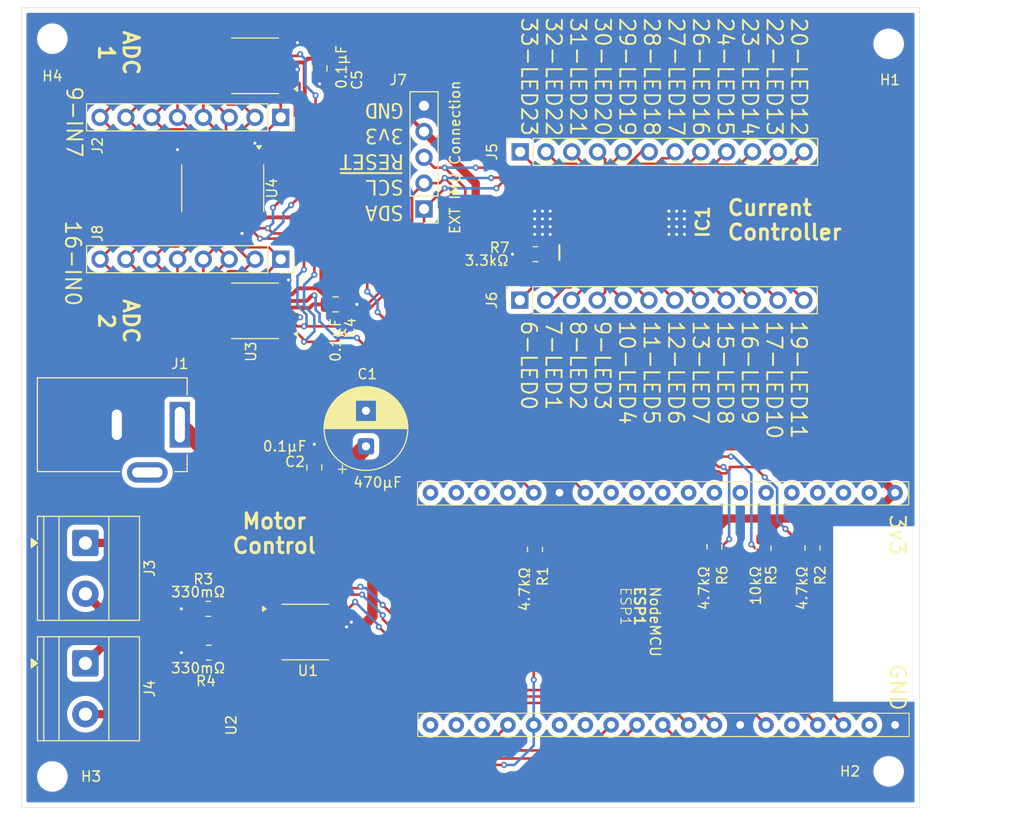
<source format=kicad_pcb>
(kicad_pcb (version 20241229) (generator "pcbnew") (generator_version "9.0")
  (title_block (title "Soft Keyboard Platform Controller PCB") (date "2025-10-30") (rev "v1.5") (company "CalPoly SLO ME 507 Fall 2025"))
  (layers (0 "F.Cu" signal) (2 "B.Cu" signal) (13 "F.Paste" user) (15 "B.Paste" user) (5 "F.SilkS" user "F.Silkscreen") (7 "B.SilkS" user "B.Silkscreen") (1 "F.Mask" user) (3 "B.Mask" user) (25 "Edge.Cuts" user))
  (net 0 "")
  (net 1 "Net-(U1-VM)")
  (net 2 "GND")
  (net 3 "+3V3")
  (net 5 "SCL")
  (net 9 "SDA")
  (net 11 "Net-(ESP1-GPIO19{slash}CIPO)")
  (net 14 "Net-(ESP1-GPIO16{slash}RX2)")
  (net 16 "Net-(ESP1-GPIO17{slash}TX2)")
  (net 18 "Net-(ESP1-GPIO18{slash}SCK)")
  (net 19 "Net-(ESP1-GPIO1{slash}TX0)")
  (net 21 "Net-(ESP1-GPIO12)")
  (net 22 "Net-(ESP1-GPIO2)")
  (net 25 "Net-(ESP1-GPIO15)")
  (net 26 "Net-(ESP1-GPIO5)")
  (net 33 "Net-(ESP1-GPIO13)")
  (net 38 "Net-(IC1-LED17)")
  (net 39 "Net-(IC1-LED9)")
  (net 40 "Net-(IC1-LED13)")
  (net 41 "Net-(IC1-LED18)")
  (net 42 "Net-(IC1-LED16)")
  (net 43 "Net-(IC1-LED23)")
  (net 44 "Net-(IC1-LED2)")
  (net 45 "Net-(IC1-LED21)")
  (net 46 "Net-(IC1-LED5)")
  (net 47 "Net-(IC1-LED3)")
  (net 49 "Net-(IC1-LED19)")
  (net 50 "Net-(IC1-LED11)")
  (net 51 "Net-(IC1-LED1)")
  (net 52 "Net-(IC1-LED14)")
  (net 53 "Net-(IC1-LED8)")
  (net 54 "Net-(IC1-LED12)")
  (net 55 "Net-(IC1-LED20)")
  (net 56 "Net-(IC1-LED4)")
  (net 57 "Net-(IC1-LED15)")
  (net 58 "Net-(IC1-LED0)")
  (net 59 "Net-(IC1-LED22)")
  (net 60 "Net-(IC1-LED6)")
  (net 61 "Net-(IC1-LED10)")
  (net 62 "Net-(IC1-LED7)")
  (net 63 "Net-(J2-Pin_3)")
  (net 64 "Net-(J2-Pin_2)")
  (net 65 "Net-(J2-Pin_4)")
  (net 66 "Net-(J2-Pin_6)")
  (net 67 "Net-(J2-Pin_5)")
  (net 68 "Net-(J2-Pin_1)")
  (net 69 "Net-(J2-Pin_7)")
  (net 70 "Net-(J2-Pin_8)")
  (net 71 "Net-(J3-Pin_2)")
  (net 72 "Net-(J3-Pin_1)")
  (net 73 "Net-(J4-Pin_1)")
  (net 74 "Net-(J4-Pin_2)")
  (net 75 "Net-(J8-Pin_3)")
  (net 76 "Net-(J8-Pin_2)")
  (net 77 "Net-(J8-Pin_4)")
  (net 78 "Net-(J8-Pin_6)")
  (net 79 "Net-(J8-Pin_8)")
  (net 80 "Net-(J8-Pin_5)")
  (net 81 "Net-(J8-Pin_7)")
  (net 82 "Net-(J8-Pin_1)")
  (net 83 "Net-(U1-ISEN12)")
  (net 84 "Net-(U1-ISEN34)")
  (net 89 "Net-(IC1-REXT)")
  (footprint "Resistor_SMD:R_0805_2012Metric" (layer "F.Cu") (at 157.226 101.727 -90)
    (property "Reference" "R6")
    (property "Value" "4.7kΩ")
  )
  (footprint "Resistor_SMD:R_0805_2012Metric" (layer "F.Cu") (at 107.4185 107.823)
    (property "Reference" "R3")
    (property "Value" "330mΩ")
  )
  (footprint "Connector_PinHeader_2.54mm:PinHeader_1x05_P2.54mm_Vertical" (layer "F.Cu") (at 128.651 68.453 180)
    (property "Reference" "J7")
    (property "Value" "EXT IMU Connection")
  )
  (footprint "MountingHole:MountingHole_2.5mm" (layer "F.Cu") (at 174.371 52.197)
    (property "Reference" "H1")
    (property "Value" "MountingHole")
  )
  (footprint "SamacSys_Parts:SOP50P640X110-39N" (layer "F.Cu") (at 146.971 69.818 90)
    (property "Reference" "IC1")
    (property "Value" "PCA9956BTWY" (hide yes))
  )
  (footprint "Capacitor_SMD:C_0805_2012Metric" (layer "F.Cu") (at 118.364 54.61 -90)
    (property "Reference" "C5")
    (property "Value" "0.1μF")
  )
  (footprint "TerminalBlock_Phoenix:TerminalBlock_Phoenix_MKDS-1,5-2_1x02_P5.00mm_Horizontal" (layer "F.Cu") (at 95.3315 101.339 -90)
    (property "Reference" "J3")
    (property "Value" "Motor 1")
  )
  (footprint "Package_SO:TSSOP-16_4.4x5mm_P0.65mm" (layer "F.Cu") (at 112.014 78.486 180)
    (property "Reference" "U3")
    (property "Value" "ADC128D818")
  )
  (footprint "Resistor_SMD:R_0805_2012Metric" (layer "F.Cu") (at 139.6185 72.903)
    (property "Reference" "R7")
    (property "Value" "3.3kΩ")
  )
  (footprint "Resistor_SMD:R_0805_2012Metric" (layer "F.Cu") (at 139.573 101.981 -90)
    (property "Reference" "R1")
    (property "Value" "4.7kΩ")
  )
  (footprint "Resistor_SMD:R_0805_2012Metric" (layer "F.Cu") (at 107.4655 112.141)
    (property "Reference" "R4")
    (property "Value" "330mΩ")
  )
  (footprint "Capacitor_THT:CP_Radial_D8.0mm_P3.50mm" (layer "F.Cu") (at 122.936 91.822651 90)
    (property "Reference" "C1")
    (property "Value" "470μF")
  )
  (footprint "TerminalBlock_Phoenix:TerminalBlock_Phoenix_MKDS-1,5-2_1x02_P5.00mm_Horizontal" (layer "F.Cu") (at 95.3315 113.197 -90)
    (property "Reference" "J4")
    (property "Value" "Motor 2")
  )
  (footprint "ME507F24:ESP32_NodeMCU_KeeYees" (layer "F.Cu") (at 154.686 107.823 -90)
    (property "Reference" "ESP1")
    (property "Value" "NodeMCU")
  )
  (footprint "Resistor_SMD:R_0805_2012Metric" (layer "F.Cu") (at 162.052 101.8775 -90)
    (property "Reference" "R5")
    (property "Value" "10kΩ")
  )
  (footprint "Package_SO:TSSOP-16_4.4x5mm_P0.65mm" (layer "F.Cu") (at 116.967 110.109)
    (property "Reference" "U1")
    (property "Value" "Motor Driver DRV8847PWR")
  )
  (footprint "Connector_PinSocket_2.54mm:PinSocket_1x08_P2.54mm_Vertical" (layer "F.Cu") (at 114.554 73.406 -90)
    (property "Reference" "J8")
    (property "Value" "Conn_01x08_Socket" (hide yes))
  )
  (footprint "Connector_PinSocket_2.54mm:PinSocket_1x08_P2.54mm_Vertical" (layer "F.Cu") (at 114.554 59.436 -90)
    (property "Reference" "J2")
    (property "Value" "Conn_01x08_Socket")
  )
  (footprint "MountingHole:MountingHole_2.5mm" (layer "F.Cu") (at 92.075 51.689)
    (property "Reference" "H4")
    (property "Value" "MountingHole")
  )
  (footprint "Connector_PinSocket_2.54mm:PinSocket_1x12_P2.54mm_Vertical" (layer "F.Cu") (at 138.081 77.438 90)
    (property "Reference" "J6")
    (property "Value" "Conn_01x12_Socket")
  )
  (footprint "Package_SO:TSSOP-16_4.4x5mm_P0.65mm" (layer "F.Cu") (at 112.014 54.356 180)
    (property "Reference" "U2")
    (property "Value" "ADC128D818")
  )
  (footprint "Capacitor_SMD:C_0805_2012Metric" (layer "F.Cu") (at 119.949 77.851)
    (property "Reference" "C4")
    (property "Value" "0.1μF")
  )
  (footprint "Capacitor_SMD:C_0805_2012Metric" (layer "F.Cu") (at 117.856 93.910651 -90)
    (property "Reference" "C2")
    (property "Value" "0.1μF")
  )
  (footprint "Resistor_SMD:R_0805_2012Metric" (layer "F.Cu") (at 166.878 101.8305 -90)
    (property "Reference" "R2")
    (property "Value" "4.7kΩ")
  )
  (footprint "Package_SO:TSSOP-24_4.4x7.8mm_P0.65mm" (layer "F.Cu") (at 108.839 66.421 -90)
    (property "Reference" "U4")
    (property "Value" "PI4IOE5V9539LEX")
  )
  (footprint "Connector_PinSocket_2.54mm:PinSocket_1x12_P2.54mm_Vertical" (layer "F.Cu") (at 138.11 62.833 90)
    (property "Reference" "J5")
    (property "Value" "Conn_01x12_Socket")
  )
  (footprint "MountingHole:MountingHole_2.5mm" (layer "F.Cu") (at 174.371 123.825)
    (property "Reference" "H2")
    (property "Value" "MountingHole")
  )
  (footprint "MountingHole:MountingHole_2.5mm" (layer "F.Cu") (at 92.075 124.333)
    (property "Reference" "H3")
    (property "Value" "MountingHole")
  )
  (footprint "Connector_BarrelJack:BarrelJack_Kycon_KLDX-0202-xC_Horizontal" (layer "F.Cu") (at 104.621 89.697)
    (property "Reference" "J1")
    (property "Value" "Barrel_Jack")
  )
  (gr_rect (start 89.027 48.641) (end 177.419 127.381) (stroke (width 0.05)) (fill no) (layer "Edge.Cuts"))
  (gr_text "ADC\n2" (at 96.52 79.502 270) (layer "F.SilkS") (effects (font (size 1.5 1.5) (thickness 0.3) (bold yes)) (justify bottom)))
  (gr_text "Current \nController" (at 158.369 71.628 0) (layer "F.SilkS") (effects (font (size 1.5 1.5) (thickness 0.3) (bold yes)) (justify left bottom)))
  (gr_text "9-IN7" (at 94.234 56.261 270) (layer "F.SilkS") (effects (font (size 1.5 1.5) (thickness 0.1875)) (justify left)))
  (gr_text "Motor\nControl" (at 113.919 102.489 0) (layer "F.SilkS") (effects (font (size 1.5 1.5) (thickness 0.3) (bold yes)) (justify bottom)))
  (gr_text "ADC\n1" (at 96.52 53.086 270) (layer "F.SilkS") (effects (font (size 1.5 1.5) (thickness 0.3) (bold yes)) (justify bottom)))
  (gr_text "GND\n" (at 174.371 113.157 270) (layer "F.SilkS") (effects (font (size 1.5 1.5) (thickness 0.1875)) (justify left bottom)))
  (gr_text "20-LED12\n22-LED13\n23-LED14\n24-LED15\n26-LED16\n27-LED17\n28-LED18\n29-LED19\n30-LED20\n31-LED21\n32-LED22\n33-LED23" (at 138.11 49.498 270) (layer "F.SilkS") (effects (font (size 1.5 1.5) (thickness 0.1875)) (justify left bottom)))
  (gr_text "3v3" (at 174.371 98.425 270) (layer "F.SilkS") (effects (font (size 1.5 1.5) (thickness 0.1875)) (justify left bottom)))
  (gr_text "19-LED11\n17-LED10\n16-LED9\n15-LED8\n13-LED7\n12-LED6\n11-LED5\n10-LED4\n9-LED3\n8-LED2\n7-LED1\n6-LED0" (at 138.081 79.343 270) (layer "F.SilkS") (effects (font (size 1.5 1.5) (thickness 0.1875)) (justify left bottom)))
  (gr_text "16-IN0" (at 94.107 69.469 270) (layer "F.SilkS") (effects (font (size 1.5 1.5) (thickness 0.1875)) (justify left)))
  (gr_text "SDA\nSCL\n~{RESET}\n3v3\nGND" (at 126.619 57.785 180) (layer "F.SilkS") (effects (font (size 1.5 1.5) (thickness 0.1875)) (justify left bottom)))
  (segment (start 119.898 94.860651) (end 117.856 94.860651) (width 1.6256) (layer "F.Cu") (net 1))
  (segment (start 121.722 110.434) (end 120.777 110.434) (width 0.508) (layer "F.Cu") (net 1))
  (segment (start 121.908 110.248) (end 121.810942 110.248) (width 1.016) (layer "F.Cu") (net 1))
  (segment (start 119.898 94.860651) (end 119.898 98.308) (width 1.6256) (layer "F.Cu") (net 1))
  (segment (start 119.898 98.308) (end 123.571 101.981) (width 1.6256) (layer "F.Cu") (net 1))
  (segment (start 123.571 108.585) (end 123.571 101.981) (width 1.016) (layer "F.Cu") (net 1))
  (segment (start 122.936 91.822651) (end 119.898 94.860651) (width 1.6256) (layer "F.Cu") (net 1))
  (segment (start 109.784651 94.860651) (end 117.856 94.860651) (width 1.6256) (layer "F.Cu") (net 1))
  (segment (start 119.8295 110.434) (end 120.777 110.434) (width 0.381) (layer "F.Cu") (net 1))
  (segment (start 123.571 108.585) (end 121.908 110.248) (width 1.016) (layer "F.Cu") (net 1))
  (segment (start 104.621 89.697) (end 109.784651 94.860651) (width 1.6256) (layer "F.Cu") (net 1))
  (segment (start 110.464 70.586) (end 110.744 70.866) (width 0.254) (layer "F.Cu") (net 2))
  (segment (start 121.031 109.601) (end 121.498 109.134) (width 0.254) (layer "F.Cu") (net 2))
  (segment (start 150.971 66.893) (end 150.971 68.358) (width 0.254) (layer "F.Cu") (net 2))
  (segment (start 116.1085 54.681) (end 114.8765 54.681) (width 0.254) (layer "F.Cu") (net 2))
  (segment (start 121.498 109.134) (end 119.8295 109.134) (width 0.254) (layer "F.Cu") (net 2))
  (segment (start 143.796 71.088) (end 143.471 71.413) (width 0.254) (layer "F.Cu") (net 2))
  (segment (start 120.899 77.851) (end 122.047 77.851) (width 0.8128) (layer "F.Cu") (net 2))
  (segment (start 115.544 52.731) (end 114.8765 52.731) (width 0.254) (layer "F.Cu") (net 2))
  (segment (start 144.471 66.893) (end 144.471 67.924) (width 0.254) (layer "F.Cu") (net 2))
  (segment (start 144.471 67.924) (end 146.365 69.818) (width 0.254) (layer "F.Cu") (net 2))
  (segment (start 116.149 78.811) (end 114.8765 78.811) (width 0.254) (layer "F.Cu") (net 2))
  (segment (start 150.971 72.743) (end 150.971 71.712) (width 0.254) (layer "F.Cu") (net 2))
  (segment (start 105.264 63.481) (end 104.394 62.611) (width 0.254) (layer "F.Cu") (net 2))
  (segment (start 120.848 109.784) (end 119.8295 109.784) (width 0.254) (layer "F.Cu") (net 2))
  (segment (start 148.971 71.818) (end 146.971 69.818) (width 0.254) (layer "F.Cu") (net 2))
  (segment (start 142.971 72.743) (end 142.971 71.913) (width 0.254) (layer "F.Cu") (net 2))
  (segment (start 138.706 72.903) (end 137.356 72.903) (width 0.254) (layer "F.Cu") (net 2))
  (segment (start 116.194 52.081) (end 115.544 52.731) (width 0.254) (layer "F.Cu") (net 2))
  (segment (start 116.459 79.121) (end 116.149 78.811) (width 0.254) (layer "F.Cu") (net 2))
  (segment (start 148.971 66.893) (end 148.971 67.818) (width 0.254) (layer "F.Cu") (net 2))
  (segment (start 142.971 71.913) (end 143.796 71.088) (width 0.254) (layer "F.Cu") (net 2))
  (segment (start 146.365 69.818) (end 146.971 69.818) (width 0.254) (layer "F.Cu") (net 2))
  (segment (start 143.796 71.088) (end 145.701 71.088) (width 0.254) (layer "F.Cu") (net 2))
  (segment (start 118.364 55.56) (end 118.364 56.134) (width 0.8128) (layer "F.Cu") (net 2))
  (segment (start 121.031 109.601) (end 120.848 109.784) (width 0.254) (layer "F.Cu") (net 2))
  (segment (start 115.316 75.438) (end 115.316 75.7715) (width 0.254) (layer "F.Cu") (net 2))
  (segment (start 111.764 63.5585) (end 111.764 62.226) (width 0.254) (layer "F.Cu") (net 2))
  (segment (start 151.726 70.957) (end 152.749 70.957) (width 0.254) (layer "F.Cu") (net 2))
  (segment (start 148.971 72.743) (end 148.971 71.818) (width 0.254) (layer "F.Cu") (net 2))
  (segment (start 143.971 72.743) (end 143.971 71.263) (width 0.254) (layer "F.Cu") (net 2))
  (segment (start 111.764 62.226) (end 112.014 61.976) (width 0.254) (layer "F.Cu") (net 2))
  (segment (start 149.511 69.818) (end 146.971 69.818) (width 0.254) (layer "F.Cu") (net 2))
  (segment (start 150.971 68.358) (end 149.511 69.818) (width 0.254) (layer "F.Cu") (net 2))
  (segment (start 110.464 69.2835) (end 110.464 70.586) (width 0.254) (layer "F.Cu") (net 2))
  (segment (start 143.971 71.263) (end 143.796 71.088) (width 0.254) (layer "F.Cu") (net 2))
  (segment (start 143.471 71.413) (end 143.471 72.743) (width 0.254) (layer "F.Cu") (net 2))
  (segment (start 116.149 54.7215) (end 116.1085 54.681) (width 0.254) (layer "F.Cu") (net 2))
  (segment (start 150.971 71.712) (end 151.726 70.957) (width 0.254) (layer "F.Cu") (net 2))
  (segment (start 145.701 71.088) (end 146.971 69.818) (width 0.254) (layer "F.Cu") (net 2))
  (segment (start 105.264 63.5585) (end 105.264 63.481) (width 0.254) (layer "F.Cu") (net 2))
  (segment (start 116.194 52.081) (end 114.8765 52.081) (width 0.254) (layer "F.Cu") (net 2))
  (segment (start 117.856 92.960651) (end 117.856 91.624651) (width 0.8128) (layer "F.Cu") (net 2))
  (segment (start 106.553 112.141) (end 104.775 112.141) (width 0.381) (layer "F.Cu") (net 2))
  (segment (start 106.506 107.823) (end 104.775 107.823) (width 0.381) (layer "F.Cu") (net 2))
  (segment (start 115.316 75.7715) (end 114.8765 76.211) (width 0.254) (layer "F.Cu") (net 2))
  (segment (start 148.971 67.818) (end 146.971 69.818) (width 0.254) (layer "F.Cu") (net 2))
  (via (at 140.303 70.195) (size 0.6) (drill 0.3) (layers "F.Cu" "B.Cu") (net 2))
  (via (at 139.541 70.195) (size 0.6) (drill 0.3) (layers "F.Cu" "B.Cu") (net 2))
  (via (at 104.394 62.611) (size 0.6) (drill 0.3) (layers "F.Cu" "B.Cu") (net 2))
  (via (at 112.014 61.976) (size 0.6) (drill 0.3) (layers "F.Cu" "B.Cu") (net 2))
  (via (at 121.498 109.134) (size 0.6) (drill 0.3) (layers "F.Cu" "B.Cu") (net 2))
  (via (at 115.316 75.438) (size 0.6) (drill 0.3) (layers "F.Cu" "B.Cu") (net 2))
  (via (at 153.511 70.957) (size 0.6) (drill 0.3) (layers "F.Cu" "B.Cu") (net 2))
  (via (at 116.194 52.081) (size 0.6) (drill 0.3) (layers "F.Cu" "B.Cu") (net 2))
  (via (at 154.273 70.195) (size 0.6) (drill 0.3) (layers "F.Cu" "B.Cu") (net 2))
  (via (at 154.273 68.671) (size 0.6) (drill 0.3) (layers "F.Cu" "B.Cu") (net 2))
  (via (at 153.511 70.195) (size 0.6) (drill 0.3) (layers "F.Cu" "B.Cu") (net 2))
  (via (at 152.749 69.433) (size 0.6) (drill 0.3) (layers "F.Cu" "B.Cu") (net 2))
  (via (at 139.541 69.433) (size 0.6) (drill 0.3) (layers "F.Cu" "B.Cu") (net 2))
  (via (at 141.065 69.433) (size 0.6) (drill 0.3) (layers "F.Cu" "B.Cu") (net 2))
  (via (at 140.303 68.671) (size 0.6) (drill 0.3) (layers "F.Cu" "B.Cu") (net 2))
  (via (at 140.303 69.433) (size 0.6) (drill 0.3) (layers "F.Cu" "B.Cu") (net 2))
  (via (at 116.149 54.7215) (size 0.6) (drill 0.3) (layers "F.Cu" "B.Cu") (net 2))
  (via (at 110.744 70.866) (size 0.6) (drill 0.3) (layers "F.Cu" "B.Cu") (net 2))
  (via (at 152.749 68.671) (size 0.6) (drill 0.3) (layers "F.Cu" "B.Cu") (net 2))
  (via (at 141.065 70.195) (size 0.6) (drill 0.3) (layers "F.Cu" "B.Cu") (net 2))
  (via (at 118.364 56.134) (size 0.6) (drill 0.3) (layers "F.Cu" "B.Cu") (net 2))
  (via (at 141.065 70.957) (size 0.6) (drill 0.3) (layers "F.Cu" "B.Cu") (net 2))
  (via (at 121.031 109.601) (size 0.6) (drill 0.3) (layers "F.Cu" "B.Cu") (net 2))
  (via (at 141.065 68.671) (size 0.6) (drill 0.3) (layers "F.Cu" "B.Cu") (net 2))
  (via (at 104.775 112.141) (size 0.6) (drill 0.3) (layers "F.Cu" "B.Cu") (net 2))
  (via (at 152.749 70.957) (size 0.6) (drill 0.3) (layers "F.Cu" "B.Cu") (net 2))
  (via (at 139.541 68.671) (size 0.6) (drill 0.3) (layers "F.Cu" "B.Cu") (net 2))
  (via (at 117.856 91.624651) (size 0.6) (drill 0.3) (layers "F.Cu" "B.Cu") (net 2))
  (via (at 122.047 77.851) (size 0.6) (drill 0.3) (layers "F.Cu" "B.Cu") (net 2))
  (via (at 137.356 72.903) (size 0.6) (drill 0.3) (layers "F.Cu" "B.Cu") (net 2))
  (via (at 152.749 70.195) (size 0.6) (drill 0.3) (layers "F.Cu" "B.Cu") (net 2))
  (via (at 140.303 70.957) (size 0.6) (drill 0.3) (layers "F.Cu" "B.Cu") (net 2))
  (via (at 104.775 107.823) (size 0.6) (drill 0.3) (layers "F.Cu" "B.Cu") (net 2))
  (via (at 153.511 69.433) (size 0.6) (drill 0.3) (layers "F.Cu" "B.Cu") (net 2))
  (via (at 154.273 70.957) (size 0.6) (drill 0.3) (layers "F.Cu" "B.Cu") (net 2))
  (via (at 154.273 69.433) (size 0.6) (drill 0.3) (layers "F.Cu" "B.Cu") (net 2))
  (via (at 153.511 68.671) (size 0.6) (drill 0.3) (layers "F.Cu" "B.Cu") (net 2))
  (via (at 116.459 79.121) (size 0.6) (drill 0.3) (layers "F.Cu" "B.Cu") (net 2))
  (via (at 139.541 70.957) (size 0.6) (drill 0.3) (layers "F.Cu" "B.Cu") (net 2))
  (segment (start 175.006 96.393) (end 172.466 98.933) (width 0.8128) (layer "F.Cu") (net 3))
  (segment (start 112.414 69.2835) (end 116.2735 69.2835) (width 0.381) (layer "F.Cu") (net 3))
  (segment (start 116.807571 78.2025) (end 117.380429 78.2025) (width 0.381) (layer "F.Cu") (net 3))
  (segment (start 116.766071 78.161) (end 116.807571 78.2025) (width 0.381) (layer "F.Cu") (net 3))
  (segment (start 158.496 98.933) (end 157.226 100.203) (width 0.8128) (layer "F.Cu") (net 3))
  (segment (start 141.7085 98.933) (end 168.863 98.933) (width 0.8128) (layer "F.Cu") (net 3))
  (segment (start 121.478 53.66) (end 128.651 60.833) (width 0.381) (layer "F.Cu") (net 3))
  (segment (start 133.735858 65.917858) (end 128.651 60.833) (width 0.8128) (layer "F.Cu") (net 3))
  (segment (start 116.2735 69.2835) (end 116.332 69.342) (width 0.381) (layer "F.Cu") (net 3))
  (segment (start 116.332 69.342) (end 118.5475 71.5575) (width 0.381) (layer "F.Cu") (net 3))
  (segment (start 175.006 96.393) (end 170.434 91.821) (width 0.8128) (layer "F.Cu") (net 3))
  (segment (start 116.252358 76.2705) (end 115.661858 76.861) (width 0.381) (layer "F.Cu") (net 3))
  (segment (start 139.573 101.0685) (end 141.7085 98.933) (width 0.8128) (layer "F.Cu") (net 3))
  (segment (start 118.5995 76.7265) (end 118.1435 76.2705) (width 0.381) (layer "F.Cu") (net 3))
  (segment (start 118.999 77.126) (end 118.1435 76.2705) (width 0.381) (layer "F.Cu") (net 3))
  (segment (start 163.83 98.933) (end 162.052 100.711) (width 0.8128) (layer "F.Cu") (net 3))
  (segment (start 116.332 69.342) (end 116.9155 68.7585) (width 0.381) (layer "F.Cu") (net 3))
  (segment (start 118.1435 76.2705) (end 116.252358 76.2705) (width 0.381) (layer "F.Cu") (net 3))
  (segment (start 172.466 98.933) (end 168.863 98.933) (width 0.8128) (layer "F.Cu") (net 3))
  (segment (start 136.4486 70.480142) (end 140.035742 66.893) (width 0.8128) (layer "F.Cu") (net 3))
  (segment (start 140.035742 66.893) (end 142.2136 66.893) (width 0.8128) (layer "F.Cu") (net 3))
  (segment (start 114.8765 54.031) (end 116.84 54.031) (width 0.381) (layer "F.Cu") (net 3))
  (segment (start 118.5475 71.5575) (end 118.5475 76.6745) (width 0.381) (layer "F.Cu") (net 3))
  (segment (start 162.052 100.711) (end 162.052 100.965) (width 0.8128) (layer "F.Cu") (net 3))
  (segment (start 131.699 82.677) (end 131.699 72.517) (width 0.8128) (layer "F.Cu") (net 3))
  (segment (start 116.9155 54.1065) (end 116.84 54.031) (width 0.381) (layer "F.Cu") (net 3))
  (segment (start 133.735858 70.480142) (end 136.4486 70.480142) (width 0.8128) (layer "F.Cu") (net 3))
  (segment (start 118.364 53.66) (end 121.478 53.66) (width 0.381) (layer "F.Cu") (net 3))
  (segment (start 170.434 91.821) (end 140.843 91.821) (width 0.8128) (layer "F.Cu") (net 3))
  (segment (start 116.84 54.031) (end 117.211 53.66) (width 0.381) (layer "F.Cu") (net 3))
  (segment (start 116.9155 68.7585) (end 116.9155 54.1065) (width 0.381) (layer "F.Cu") (net 3))
  (segment (start 131.699 72.517) (end 133.735858 70.480142) (width 0.8128) (layer "F.Cu") (net 3))
  (segment (start 117.211 53.66) (end 118.364 53.66) (width 0.381) (layer "F.Cu") (net 3))
  (segment (start 114.8765 78.161) (end 116.766071 78.161) (width 0.381) (layer "F.Cu") (net 3))
  (segment (start 117.380429 78.2025) (end 117.731929 77.851) (width 0.381) (layer "F.Cu") (net 3))
  (segment (start 168.863 98.933) (end 166.878 100.918) (width 0.8128) (layer "F.Cu") (net 3))
  (segment (start 118.999 77.851) (end 118.999 77.126) (width 0.381) (layer "F.Cu") (net 3))
  (segment (start 117.731929 77.851) (end 118.999 77.851) (width 0.381) (layer "F.Cu") (net 3))
  (segment (start 133.735858 70.480142) (end 133.735858 65.917858) (width 0.8128) (layer "F.Cu") (net 3))
  (segment (start 118.5475 76.6745) (end 118.5995 76.7265) (width 0.381) (layer "F.Cu") (net 3))
  (segment (start 157.226 100.203) (end 157.226 100.8145) (width 0.8128) (layer "F.Cu") (net 3))
  (segment (start 140.843 91.821) (end 131.699 82.677) (width 0.8128) (layer "F.Cu") (net 3))
  (segment (start 115.661858 76.861) (end 114.8765 76.861) (width 0.381) (layer "F.Cu") (net 3))
  (segment (start 130.5096 72.024335) (end 130.5096 83.169666) (width 0.254) (layer "F.Cu") (net 5))
  (segment (start 157.226 114.173) (end 162.306 119.253) (width 0.254) (layer "F.Cu") (net 5))
  (segment (start 140.684934 93.345) (end 157.099 93.345) (width 0.254) (layer "F.Cu") (net 5))
  (segment (start 142.985 65.376) (end 135.284 65.376) (width 0.254) (layer "F.Cu") (net 5))
  (segment (start 116.162999 80.01) (end 115.613999 79.461) (width 0.254) (layer "F.Cu") (net 5))
  (segment (start 127.473 73.463598) (end 127.473 67.091) (width 0.254) (layer "F.Cu") (net 5))
  (segment (start 131.311 71.222934) (end 130.5096 72.024335) (width 0.254) (layer "F.Cu") (net 5))
  (segment (start 128.651 65.913) (end 130.175 65.913) (width 0.254) (layer "F.Cu") (net 5))
  (segment (start 116.397 56.114001) (end 115.613999 55.331) (width 0.254) (layer "F.Cu") (net 5))
  (segment (start 115.613999 79.461) (end 114.8765 79.461) (width 0.254) (layer "F.Cu") (net 5))
  (segment (start 115.613999 55.331) (end 114.8765 55.331) (width 0.254) (layer "F.Cu") (net 5))
  (segment (start 130.5096 83.169666) (end 140.684934 93.345) (width 0.254) (layer "F.Cu") (net 5))
  (segment (start 157.607 93.853) (end 158.115 93.853) (width 0.254) (layer "F.Cu") (net 5))
  (segment (start 112.508946 71.374) (end 116.332 71.374) (width 0.254) (layer "F.Cu") (net 5))
  (segment (start 130.175 65.913) (end 130.683 65.405) (width 0.254) (layer "F.Cu") (net 5))
  (segment (start 157.226 102.415) (end 157.226 102.6395) (width 0.254) (layer "F.Cu") (net 5))
  (segment (start 116.84 80.01) (end 120.926598 80.01) (width 0.254) (layer "F.Cu") (net 5))
  (segment (start 143.471 65.862) (end 142.985 65.376) (width 0.254) (layer "F.Cu") (net 5))
  (segment (start 157.226 102.415) (end 157.226 114.173) (width 0.254) (layer "F.Cu") (net 5))
  (segment (start 116.84 71.882) (end 116.84 74.422) (width 0.254) (layer "F.Cu") (net 5))
  (segment (start 143.471 66.893) (end 143.471 65.862) (width 0.254) (layer "F.Cu") (net 5))
  (segment (start 157.099 93.345) (end 157.607 93.853) (width 0.254) (layer "F.Cu") (net 5))
  (segment (start 130.683 65.405) (end 131.311 66.033) (width 0.254) (layer "F.Cu") (net 5))
  (segment (start 111.114 69.979054) (end 112.508946 71.374) (width 0.254) (layer "F.Cu") (net 5))
  (segment (start 131.311 66.033) (end 131.311 71.222934) (width 0.254) (layer "F.Cu") (net 5))
  (segment (start 116.332 71.374) (end 116.84 71.882) (width 0.254) (layer "F.Cu") (net 5))
  (segment (start 135.284 65.376) (end 135.255 65.405) (width 0.254) (layer "F.Cu") (net 5))
  (segment (start 111.114 69.2835) (end 111.114 69.979054) (width 0.254) (layer "F.Cu") (net 5))
  (segment (start 116.84 80.01) (end 116.162999 80.01) (width 0.254) (layer "F.Cu") (net 5))
  (segment (start 115.57 68.072) (end 116.397 67.245) (width 0.254) (layer "F.Cu") (net 5))
  (segment (start 120.926598 80.01) (end 127.473 73.463598) (width 0.254) (layer "F.Cu") (net 5))
  (segment (start 116.397 67.245) (end 116.397 56.114001) (width 0.254) (layer "F.Cu") (net 5))
  (segment (start 127.473 67.091) (end 128.651 65.913) (width 0.254) (layer "F.Cu") (net 5))
  (segment (start 158.676 100.965) (end 157.226 102.415) (width 0.254) (layer "F.Cu") (net 5))
  (via (at 135.255 65.405) (size 0.6) (drill 0.3) (layers "F.Cu" "B.Cu") (net 5))
  (via (at 112.508946 71.374) (size 0.6) (drill 0.3) (layers "F.Cu" "B.Cu") (net 5))
  (via (at 115.57 68.072) (size 0.6) (drill 0.3) (layers "F.Cu" "B.Cu") (net 5))
  (via (at 158.676 100.965) (size 0.6) (drill 0.3) (layers "F.Cu" "B.Cu") (net 5))
  (via (at 158.115 93.853) (size 0.6) (drill 0.3) (layers "F.Cu" "B.Cu") (net 5))
  (via (at 116.84 80.01) (size 0.6) (drill 0.3) (layers "F.Cu" "B.Cu") (net 5))
  (via (at 130.683 65.405) (size 0.6) (drill 0.3) (layers "F.Cu" "B.Cu") (net 5))
  (via (at 116.84 74.422) (size 0.6) (drill 0.3) (layers "F.Cu" "B.Cu") (net 5))
  (segment (start 130.683 65.405) (end 135.255 65.405) (width 0.254) (layer "B.Cu") (net 5))
  (segment (start 158.676 100.965) (end 158.676 94.414) (width 0.254) (layer "B.Cu") (net 5))
  (segment (start 115.57 68.072) (end 114.808 68.834) (width 0.254) (layer "B.Cu") (net 5))
  (segment (start 113.156127 71.374) (end 112.508946 71.374) (width 0.254) (layer "B.Cu") (net 5))
  (segment (start 158.676 94.414) (end 158.115 93.853) (width 0.254) (layer "B.Cu") (net 5))
  (segment (start 117.087 78.860873) (end 117.087 79.763) (width 0.254) (layer "B.Cu") (net 5))
  (segment (start 114.808 69.722127) (end 113.156127 71.374) (width 0.254) (layer "B.Cu") (net 5))
  (segment (start 116.198873 77.972746) (end 117.087 78.860873) (width 0.254) (layer "B.Cu") (net 5))
  (segment (start 117.087 79.763) (end 116.84 80.01) (width 0.254) (layer "B.Cu") (net 5))
  (segment (start 116.198873 75.063127) (end 116.198873 77.972746) (width 0.254) (layer "B.Cu") (net 5))
  (segment (start 116.84 74.422) (end 116.198873 75.063127) (width 0.254) (layer "B.Cu") (net 5))
  (segment (start 114.808 68.834) (end 114.808 69.722127) (width 0.254) (layer "B.Cu") (net 5))
  (segment (start 115.620531 80.111) (end 116.84 81.330469) (width 0.254) (layer "F.Cu") (net 9))
  (segment (start 157.418532 94.308) (end 156.963532 93.853) (width 0.254) (layer "F.Cu") (net 9))
  (segment (start 158.743 93.853) (end 158.743 94.113127) (width 0.254) (layer "F.Cu") (net 9))
  (segment (start 157.681873 94.308) (end 157.418532 94.308) (width 0.254) (layer "F.Cu") (net 9))
  (segment (start 117.856 72.254532) (end 117.856 74.93) (width 0.254) (layer "F.Cu") (net 9))
  (segment (start 140.549467 93.853) (end 128.651 81.954533) (width 0.254) (layer "F.Cu") (net 9))
  (segment (start 156.963532 93.853) (end 140.549467 93.853) (width 0.254) (layer "F.Cu") (net 9))
  (segment (start 114.8765 55.981) (end 115.572054 55.981) (width 0.254) (layer "F.Cu") (net 9))
  (segment (start 113.792 70.866) (end 116.467468 70.866) (width 0.254) (layer "F.Cu") (net 9))
  (segment (start 166.878 102.743) (end 166.878 102.616) (width 0.254) (layer "F.Cu") (net 9))
  (segment (start 115.572054 55.981) (end 115.942 56.350946) (width 0.254) (layer "F.Cu") (net 9))
  (segment (start 128.651 81.954533) (end 128.651 72.929065) (width 0.254) (layer "F.Cu") (net 9))
  (segment (start 112.142946 70.358) (end 111.764 69.979054) (width 0.254) (layer "F.Cu") (net 9))
  (segment (start 111.764 69.979054) (end 111.764 69.2835) (width 0.254) (layer "F.Cu") (net 9))
  (segment (start 162.179 94.869) (end 161.163 93.853) (width 0.254) (layer "F.Cu") (net 9))
  (segment (start 158.375127 94.481) (end 157.854873 94.481) (width 0.254) (layer "F.Cu") (net 9))
  (segment (start 113.284 70.358) (end 112.142946 70.358) (width 0.254) (layer "F.Cu") (net 9))
  (segment (start 115.942 66.176) (end 113.792 68.326) (width 0.254) (layer "F.Cu") (net 9))
  (segment (start 142.971 66.005468) (end 142.796532 65.831) (width 0.254) (layer "F.Cu") (net 9))
  (segment (start 161.163 93.853) (end 158.743 93.853) (width 0.254) (layer "F.Cu") (net 9))
  (segment (start 116.84 81.534) (end 120.046065 81.534) (width 0.254) (layer "F.Cu") (net 9))
  (segment (start 128.651 68.453) (end 130.683 66.421) (width 0.254) (layer "F.Cu") (net 9))
  (segment (start 157.854873 94.481) (end 157.681873 94.308) (width 0.254) (layer "F.Cu") (net 9))
  (segment (start 120.046065 81.534) (end 128.651 72.929065) (width 0.254) (layer "F.Cu") (net 9))
  (segment (start 142.971 66.893) (end 142.971 66.005468) (width 0.254) (layer "F.Cu") (net 9))
  (segment (start 164.211 99.949) (end 166.878 102.616) (width 0.254) (layer "F.Cu") (net 9))
  (segment (start 113.284 70.358) (end 113.792 70.866) (width 0.254) (layer "F.Cu") (net 9))
  (segment (start 166.878 102.616) (end 166.878 116.205) (width 0.254) (layer "F.Cu") (net 9))
  (segment (start 158.743 94.113127) (end 158.375127 94.481) (width 0.254) (layer "F.Cu") (net 9))
  (segment (start 116.84 81.330469) (end 116.84 81.534) (width 0.254) (layer "F.Cu") (net 9))
  (segment (start 115.942 56.350946) (end 115.942 66.176) (width 0.254) (layer "F.Cu") (net 9))
  (segment (start 136.353 65.831) (end 142.796532 65.831) (width 0.254) (layer "F.Cu") (net 9))
  (segment (start 116.467468 70.866) (end 117.856 72.254532) (width 0.254) (layer "F.Cu") (net 9))
  (segment (start 128.651 72.929065) (end 128.651 68.453) (width 0.254) (layer "F.Cu") (net 9))
  (segment (start 135.763 66.421) (end 136.353 65.831) (width 0.254) (layer "F.Cu") (net 9))
  (segment (start 166.878 116.205) (end 169.926 119.253) (width 0.254) (layer "F.Cu") (net 9))
  (segment (start 114.8765 80.111) (end 115.620531 80.111) (width 0.254) (layer "F.Cu") (net 9))
  (via (at 164.211 99.949) (size 0.6) (drill 0.3) (layers "F.Cu" "B.Cu") (net 9))
  (via (at 116.84 81.534) (size 0.6) (drill 0.3) (layers "F.Cu" "B.Cu") (net 9))
  (via (at 117.856 74.93) (size 0.6) (drill 0.3) (layers "F.Cu" "B.Cu") (net 9))
  (via (at 113.284 70.358) (size 0.6) (drill 0.3) (layers "F.Cu" "B.Cu") (net 9))
  (via (at 113.792 68.326) (size 0.6) (drill 0.3) (layers "F.Cu" "B.Cu") (net 9))
  (via (at 130.683 66.421) (size 0.6) (drill 0.3) (layers "F.Cu" "B.Cu") (net 9))
  (via (at 162.179 94.869) (size 0.6) (drill 0.3) (layers "F.Cu" "B.Cu") (net 9))
  (via (at 135.763 66.421) (size 0.6) (drill 0.3) (layers "F.Cu" "B.Cu") (net 9))
  (segment (start 113.792 69.85) (end 113.792 68.326) (width 0.254) (layer "B.Cu") (net 9))
  (segment (start 117.856 80.518) (end 116.84 81.534) (width 0.254) (layer "B.Cu") (net 9))
  (segment (start 163.396 99.134) (end 163.396 95.941507) (width 0.254) (layer "B.Cu") (net 9))
  (segment (start 113.284 70.358) (end 113.792 69.85) (width 0.254) (layer "B.Cu") (net 9))
  (segment (start 164.211 99.949) (end 163.396 99.134) (width 0.254) (layer "B.Cu") (net 9))
  (segment (start 116.84 77.970405) (end 117.856 78.986405) (width 0.254) (layer "B.Cu") (net 9))
  (segment (start 117.856 74.93) (end 116.84 75.946) (width 0.254) (layer "B.Cu") (net 9))
  (segment (start 163.396 95.941507) (end 162.757493 95.303) (width 0.254) (layer "B.Cu") (net 9))
  (segment (start 130.683 66.421) (end 135.763 66.421) (width 0.254) (layer "B.Cu") (net 9))
  (segment (start 162.757493 95.303) (end 162.613 95.303) (width 0.254) (layer "B.Cu") (net 9))
  (segment (start 117.856 78.986405) (end 117.856 80.518) (width 0.254) (layer "B.Cu") (net 9))
  (segment (start 116.84 75.946) (end 116.84 77.970405) (width 0.254) (layer "B.Cu") (net 9))
  (segment (start 162.613 95.303) (end 162.179 94.869) (width 0.254) (layer "B.Cu") (net 9))
  (segment (start 154.432 116.459) (end 157.226 119.253) (width 0.254) (layer "F.Cu") (net 11))
  (segment (start 124.587 108.839) (end 132.207 116.459) (width 0.254) (layer "F.Cu") (net 11))
  (segment (start 132.207 116.459) (end 154.432 116.459) (width 0.254) (layer "F.Cu") (net 11))
  (segment (start 122.555 106.426) (end 122.682 106.426) (width 0.254) (layer "F.Cu") (net 11))
  (segment (start 124.587 108.458) (end 124.587 108.839) (width 0.254) (layer "F.Cu") (net 11))
  (segment (start 119.8295 107.834) (end 121.2375 106.426) (width 0.254) (layer "F.Cu") (net 11))
  (segment (start 121.2375 106.426) (end 122.555 106.426) (width 0.254) (layer "F.Cu") (net 11))
  (via (at 122.555 106.426) (size 0.6) (drill 0.3) (layers "F.Cu" "B.Cu") (net 11))
  (via (at 124.587 108.458) (size 0.6) (drill 0.3) (layers "F.Cu" "B.Cu") (net 11))
  (segment (start 124.587 108.458) (end 122.555 106.426) (width 0.254) (layer "B.Cu") (net 11))
  (segment (start 127.609 121.767) (end 120.895 115.053) (width 0.254) (layer "F.Cu") (net 14))
  (segment (start 120.566999 111.734) (end 119.8295 111.734) (width 0.254) (layer "F.Cu") (net 14))
  (segment (start 147.066 119.253) (end 144.552 121.767) (width 0.254) (layer "F.Cu") (net 14))
  (segment (start 120.895 112.062001) (end 120.566999 111.734) (width 0.254) (layer "F.Cu") (net 14))
  (segment (start 120.895 115.053) (end 120.895 112.062001) (width 0.254) (layer "F.Cu") (net 14))
  (segment (start 144.552 121.767) (end 127.609 121.767) (width 0.254) (layer "F.Cu") (net 14))
  (segment (start 119.8295 112.384) (end 119.8295 116.0195) (width 0.254) (layer "F.Cu") (net 16))
  (segment (start 146.297 122.562) (end 149.606 119.253) (width 0.254) (layer "F.Cu") (net 16))
  (segment (start 119.8295 116.0195) (end 126.372 122.562) (width 0.254) (layer "F.Cu") (net 16))
  (segment (start 126.372 122.562) (end 146.297 122.562) (width 0.254) (layer "F.Cu") (net 16))
  (segment (start 121.870527 107.138527) (end 121.948054 107.061) (width 0.254) (layer "F.Cu") (net 18))
  (segment (start 120.525054 108.484) (end 121.870527 107.138527) (width 0.254) (layer "F.Cu") (net 18))
  (segment (start 119.8295 108.484) (end 120.525054 108.484) (width 0.254) (layer "F.Cu") (net 18))
  (segment (start 124.206 109.601) (end 131.699 117.094) (width 0.254) (layer "F.Cu") (net 18))
  (segment (start 152.527 117.094) (end 154.686 119.253) (width 0.254) (layer "F.Cu") (net 18))
  (segment (start 131.699 117.094) (end 152.527 117.094) (width 0.254) (layer "F.Cu") (net 18))
  (via (at 121.870527 107.138527) (size 0.6) (drill 0.3) (layers "F.Cu" "B.Cu") (net 18))
  (via (at 124.206 109.601) (size 0.6) (drill 0.3) (layers "F.Cu" "B.Cu") (net 18))
  (segment (start 121.870527 107.138527) (end 124.206 109.474) (width 0.254) (layer "B.Cu") (net 18))
  (segment (start 124.206 109.474) (end 124.206 109.601) (width 0.254) (layer "B.Cu") (net 18))
  (segment (start 162.052 113.919) (end 167.386 119.253) (width 0.254) (layer "F.Cu") (net 19))
  (segment (start 132.715 70.462402) (end 130.9646 72.212802) (width 0.254) (layer "F.Cu") (net 19))
  (segment (start 162.052 102.669) (end 162.052 102.79) (width 0.254) (layer "F.Cu") (net 19))
  (segment (start 143.243064 64.921) (end 143.971 65.648936) (width 0.254) (layer "F.Cu") (net 19))
  (segment (start 162.052 102.669) (end 162.052 113.919) (width 0.254) (layer "F.Cu") (net 19))
  (segment (start 129.667 64.389) (end 130.683 64.389) (width 0.254) (layer "F.Cu") (net 19))
  (segment (start 139.554532 64.921) (end 143.243064 64.921) (width 0.254) (layer "F.Cu") (net 19))
  (segment (start 132.715 66.421) (end 132.715 70.462402) (width 0.254) (layer "F.Cu") (net 19))
  (segment (start 130.9646 82.981198) (end 140.820402 92.837) (width 0.254) (layer "F.Cu") (net 19))
  (segment (start 130.683 64.389) (end 132.715 66.421) (width 0.254) (layer "F.Cu") (net 19))
  (segment (start 133.731 64.389) (end 139.022532 64.389) (width 0.254) (layer "F.Cu") (net 19))
  (segment (start 160.856 101.473) (end 162.052 102.669) (width 0.254) (layer "F.Cu") (net 19))
  (segment (start 140.820402 92.837) (end 158.853 92.837) (width 0.254) (layer "F.Cu") (net 19))
  (segment (start 143.971 65.648936) (end 143.971 66.893) (width 0.254) (layer "F.Cu") (net 19))
  (segment (start 128.651 63.373) (end 129.667 64.389) (width 0.254) (layer "F.Cu") (net 19))
  (segment (start 139.022532 64.389) (end 139.554532 64.921) (width 0.254) (layer "F.Cu") (net 19))
  (segment (start 130.9646 72.212802) (end 130.9646 82.981198) (width 0.254) (layer "F.Cu") (net 19))
  (via (at 158.853 92.837) (size 0.6) (drill 0.3) (layers "F.Cu" "B.Cu") (net 19))
  (via (at 130.683 64.389) (size 0.6) (drill 0.3) (layers "F.Cu" "B.Cu") (net 19))
  (via (at 133.731 64.389) (size 0.6) (drill 0.3) (layers "F.Cu" "B.Cu") (net 19))
  (via (at 160.856 101.473) (size 0.6) (drill 0.3) (layers "F.Cu" "B.Cu") (net 19))
  (segment (start 130.683 64.389) (end 133.731 64.389) (width 0.254) (layer "B.Cu") (net 19))
  (segment (start 160.856 94.562) (end 159.131 92.837) (width 0.254) (layer "B.Cu") (net 19))
  (segment (start 160.856 101.473) (end 160.856 94.562) (width 0.254) (layer "B.Cu") (net 19))
  (segment (start 114.8765 53.381) (end 116.291 53.381) (width 0.254) (layer "F.Cu") (net 21))
  (segment (start 117.983 69.469) (end 121.031 72.517) (width 0.254) (layer "F.Cu") (net 21))
  (segment (start 143.203 95.07) (end 140.536 95.07) (width 0.254) (layer "F.Cu") (net 21))
  (segment (start 121.031 72.517) (end 123.063 74.549) (width 0.254) (layer "F.Cu") (net 21))
  (segment (start 117.983 57.277) (end 117.983 69.469) (width 0.254) (layer "F.Cu") (net 21))
  (segment (start 116.291 53.381) (end 116.459 53.213) (width 0.254) (layer "F.Cu") (net 21))
  (segment (start 144.526 96.393) (end 143.203 95.07) (width 0.254) (layer "F.Cu") (net 21))
  (segment (start 123.063 74.549) (end 123.063 76.581) (width 0.254) (layer "F.Cu") (net 21))
  (segment (start 140.536 95.07) (end 124.079 78.613) (width 0.254) (layer "F.Cu") (net 21))
  (via (at 117.983 57.277) (size 0.6) (drill 0.3) (layers "F.Cu" "B.Cu") (net 21))
  (via (at 116.459 53.213) (size 0.6) (drill 0.3) (layers "F.Cu" "B.Cu") (net 21))
  (via (at 124.079 78.613) (size 0.6) (drill 0.3) (layers "F.Cu" "B.Cu") (net 21))
  (via (at 123.063 76.581) (size 0.6) (drill 0.3) (layers "F.Cu" "B.Cu") (net 21))
  (segment (start 116.459 53.213) (end 116.967 53.721) (width 0.254) (layer "B.Cu") (net 21))
  (segment (start 124.079 77.597) (end 124.079 78.613) (width 0.254) (layer "B.Cu") (net 21))
  (segment (start 123.063 76.581) (end 124.079 77.597) (width 0.254) (layer "B.Cu") (net 21))
  (segment (start 116.967 53.721) (end 116.967 56.261) (width 0.254) (layer "B.Cu") (net 21))
  (segment (start 116.967 56.261) (end 117.983 57.277) (width 0.254) (layer "B.Cu") (net 21))
  (segment (start 124.9105 123.19) (end 136.525 123.19) (width 0.254) (layer "F.Cu") (net 22))
  (segment (start 139.573 103.425) (end 139.446 103.552) (width 0.254) (layer "F.Cu") (net 22))
  (segment (start 139.573 102.8935) (end 139.573 103.425) (width 0.254) (layer "F.Cu") (net 22))
  (segment (start 139.446 103.552) (end 139.446 114.808) (width 0.254) (layer "F.Cu") (net 22))
  (segment (start 114.1045 112.384) (end 124.9105 123.19) (width 0.254) (layer "F.Cu") (net 22))
  (via (at 136.525 123.19) (size 0.6) (drill 0.3) (layers "F.Cu" "B.Cu") (net 22))
  (via (at 139.446 114.808) (size 0.6) (drill 0.3) (layers "F.Cu" "B.Cu") (net 22))
  (segment (start 139.446 121.285) (end 139.446 119.253) (width 0.254) (layer "B.Cu") (net 22))
  (segment (start 139.446 114.808) (end 139.446 119.253) (width 0.254) (layer "B.Cu") (net 22))
  (segment (start 137.541 123.19) (end 139.446 121.285) (width 0.254) (layer "B.Cu") (net 22))
  (segment (start 136.525 123.19) (end 137.541 123.19) (width 0.254) (layer "B.Cu") (net 22))
  (segment (start 128.483 121.117) (end 135.042 121.117) (width 0.254) (layer "F.Cu") (net 25))
  (segment (start 119.8295 111.084) (end 120.566999 111.084) (width 0.254) (layer "F.Cu") (net 25))
  (segment (start 135.042 121.117) (end 136.906 119.253) (width 0.254) (layer "F.Cu") (net 25))
  (segment (start 121.539 114.173) (end 128.483 121.117) (width 0.254) (layer "F.Cu") (net 25))
  (segment (start 121.539 112.056001) (end 121.539 114.173) (width 0.254) (layer "F.Cu") (net 25))
  (segment (start 120.566999 111.084) (end 121.539 112.056001) (width 0.254) (layer "F.Cu") (net 25))
  (segment (start 158.623 120.396) (end 157.861 121.158) (width 0.254) (layer "F.Cu") (net 26))
  (segment (start 124.587 107.442) (end 132.969 115.824) (width 0.254) (layer "F.Cu") (net 26))
  (segment (start 132.969 115.824) (end 156.591 115.824) (width 0.254) (layer "F.Cu") (net 26))
  (segment (start 122.248639 105.791) (end 116.1475 105.791) (width 0.254) (layer "F.Cu") (net 26))
  (segment (start 154.051 121.158) (end 152.146 119.253) (width 0.254) (layer "F.Cu") (net 26))
  (segment (start 157.861 121.158) (end 154.051 121.158) (width 0.254) (layer "F.Cu") (net 26))
  (segment (start 156.591 115.824) (end 158.623 117.856) (width 0.254) (layer "F.Cu") (net 26))
  (segment (start 122.398106 105.641533) (end 122.248639 105.791) (width 0.254) (layer "F.Cu") (net 26))
  (segment (start 158.623 117.856) (end 158.623 120.396) (width 0.254) (layer "F.Cu") (net 26))
  (segment (start 116.1475 105.791) (end 114.1045 107.834) (width 0.254) (layer "F.Cu") (net 26))
  (via (at 124.587 107.442) (size 0.6) (drill 0.3) (layers "F.Cu" "B.Cu") (net 26))
  (via (at 122.398106 105.641533) (size 0.6) (drill 0.3) (layers "F.Cu" "B.Cu") (net 26))
  (segment (start 122.936 105.791) (end 124.587 107.442) (width 0.254) (layer "B.Cu") (net 26))
  (segment (start 122.398106 105.641533) (end 122.547573 105.791) (width 0.254) (layer "B.Cu") (net 26))
  (segment (start 122.547573 105.791) (end 122.936 105.791) (width 0.254) (layer "B.Cu") (net 26))
  (segment (start 117.644415 76.962) (end 117.095415 77.511) (width 0.381) (layer "F.Cu") (net 33))
  (segment (start 125.73 82.677) (end 139.446 96.393) (width 0.254) (layer "F.Cu") (net 33))
  (segment (start 117.856 76.962) (end 117.644415 76.962) (width 0.381) (layer "F.Cu") (net 33))
  (segment (start 123.571 82.677) (end 125.73 82.677) (width 0.254) (layer "F.Cu") (net 33))
  (segment (start 117.095415 77.511) (end 114.8765 77.511) (width 0.381) (layer "F.Cu") (net 33))
  (segment (start 122.047 81.153) (end 123.571 82.677) (width 0.254) (layer "F.Cu") (net 33))
  (via (at 122.047 81.153) (size 0.6) (drill 0.3) (layers "F.Cu" "B.Cu") (net 33))
  (via (at 117.856 76.962) (size 0.6) (drill 0.3) (layers "F.Cu" "B.Cu") (net 33))
  (segment (start 118.3745 79.5125) (end 118.3745 78.771635) (width 0.254) (layer "B.Cu") (net 33))
  (segment (start 117.983 78.380135) (end 117.983 77.089) (width 0.254) (layer "B.Cu") (net 33))
  (segment (start 122.047 81.153) (end 120.015 81.153) (width 0.254) (layer "B.Cu") (net 33))
  (segment (start 117.983 77.089) (end 117.856 76.962) (width 0.381) (layer "B.Cu") (net 33))
  (segment (start 118.3745 78.771635) (end 117.983 78.380135) (width 0.254) (layer "B.Cu") (net 33))
  (segment (start 120.015 81.153) (end 118.3745 79.5125) (width 0.254) (layer "B.Cu") (net 33))
  (segment (start 147.971 65.525468) (end 149.485468 64.011) (width 0.254) (layer "F.Cu") (net 38))
  (segment (start 149.485468 64.011) (end 151.537 64.011) (width 0.254) (layer "F.Cu") (net 38))
  (segment (start 152.715 63.468) (end 153.35 62.833) (width 0.254) (layer "F.Cu") (net 38))
  (segment (start 152.08 63.468) (end 152.715 63.468) (width 0.254) (layer "F.Cu") (net 38))
  (segment (start 151.537 64.011) (end 152.08 63.468) (width 0.254) (layer "F.Cu") (net 38))
  (segment (start 147.971 66.893) (end 147.971 65.525468) (width 0.254) (layer "F.Cu") (net 38))
  (segment (start 157.766 74.263) (end 160.941 77.438) (width 0.254) (layer "F.Cu") (net 39))
  (segment (start 150.304533 74.251) (end 152.137467 74.251) (width 0.254) (layer "F.Cu") (net 39))
  (segment (start 150.038 73.796) (end 150.038 73.984467) (width 0.254) (layer "F.Cu") (net 39))
  (segment (start 152.137467 74.251) (end 152.149467 74.263) (width 0.254) (layer "F.Cu") (net 39))
  (segment (start 149.993 72.743) (end 149.993 73.796) (width 0.254) (layer "F.Cu") (net 39))
  (segment (start 149.993 73.796) (end 150.038 73.796) (width 0.254) (layer "F.Cu") (net 39))
  (segment (start 149.971 72.743) (end 149.993 72.743) (width 0.254) (layer "F.Cu") (net 39))
  (segment (start 152.149467 74.263) (end 157.766 74.263) (width 0.254) (layer "F.Cu") (net 39))
  (segment (start 150.038 73.984467) (end 150.304533 74.251) (width 0.254) (layer "F.Cu") (net 39))
  (segment (start 160.503 65.84) (end 163.51 62.833) (width 0.254) (layer "F.Cu") (net 40))
  (segment (start 150.471 66.893) (end 150.471 65.862) (width 0.254) (layer "F.Cu") (net 40))
  (segment (start 150.471 65.862) (end 150.493 65.84) (width 0.254) (layer "F.Cu") (net 40))
  (segment (start 150.493 65.84) (end 160.503 65.84) (width 0.254) (layer "F.Cu") (net 40))
  (segment (start 147.471 65.382) (end 150.02 62.833) (width 0.254) (layer "F.Cu") (net 41))
  (segment (start 147.471 66.893) (end 147.471 65.382) (width 0.254) (layer "F.Cu") (net 41))
  (segment (start 150.02 62.833) (end 150.81 62.833) (width 0.254) (layer "F.Cu") (net 41))
  (segment (start 148.493 65.785) (end 149.812 64.466) (width 0.254) (layer "F.Cu") (net 42))
  (segment (start 152.088468 64.103) (end 154.62 64.103) (width 0.254) (layer "F.Cu") (net 42))
  (segment (start 148.471 65.862) (end 148.493 65.84) (width 0.254) (layer "F.Cu") (net 42))
  (segment (start 148.471 66.893) (end 148.471 65.862) (width 0.254) (layer "F.Cu") (net 42))
  (segment (start 149.812 64.466) (end 151.725468 64.466) (width 0.254) (layer "F.Cu") (net 42))
  (segment (start 154.62 64.103) (end 155.89 62.833) (width 0.254) (layer "F.Cu") (net 42))
  (segment (start 151.725468 64.466) (end 152.088468 64.103) (width 0.254) (layer "F.Cu") (net 42))
  (segment (start 148.493 65.84) (end 148.493 65.785) (width 0.254) (layer "F.Cu") (net 42))
  (segment (start 144.971 66.005468) (end 143.431532 64.466) (width 0.254) (layer "F.Cu") (net 43))
  (segment (start 144.971 66.893) (end 144.971 66.005468) (width 0.254) (layer "F.Cu") (net 43))
  (segment (start 139.743 64.466) (end 138.11 62.833) (width 0.254) (layer "F.Cu") (net 43))
  (segment (start 143.431532 64.466) (end 139.743 64.466) (width 0.254) (layer "F.Cu") (net 43))
  (segment (start 145.971 72.743) (end 145.971 74.628) (width 0.254) (layer "F.Cu") (net 44))
  (segment (start 145.971 74.628) (end 143.161 77.438) (width 0.254) (layer "F.Cu") (net 44))
  (segment (start 145.971 65.614) (end 143.19 62.833) (width 0.254) (layer "F.Cu") (net 45))
  (segment (start 145.971 66.893) (end 145.971 65.614) (width 0.254) (layer "F.Cu") (net 45))
  (segment (start 147.471 74.128) (end 150.781 77.438) (width 0.254) (layer "F.Cu") (net 46))
  (segment (start 147.471 72.743) (end 147.471 74.128) (width 0.254) (layer "F.Cu") (net 46))
  (segment (start 146.471 72.743) (end 146.471 76.668) (width 0.254) (layer "F.Cu") (net 47))
  (segment (start 146.471 76.668) (end 145.701 77.438) (width 0.254) (layer "F.Cu") (net 47))
  (segment (start 146.971 64.132) (end 148.27 62.833) (width 0.254) (layer "F.Cu") (net 49))
  (segment (start 146.971 66.893) (end 146.971 64.132) (width 0.254) (layer "F.Cu") (net 49))
  (segment (start 151.471 72.743) (end 161.326 72.743) (width 0.254) (layer "F.Cu") (net 50))
  (segment (start 161.326 72.743) (end 166.021 77.438) (width 0.254) (layer "F.Cu") (net 50))
  (segment (start 142.526 76.168) (end 141.256 77.438) (width 0.254) (layer "F.Cu") (net 51))
  (segment (start 145.471 72.743) (end 145.471 73.774) (width 0.254) (layer "F.Cu") (net 51))
  (segment (start 141.256 77.438) (end 140.621 77.438) (width 0.254) (layer "F.Cu") (net 51))
  (segment (start 145.471 73.774) (end 143.077 76.168) (width 0.254) (layer "F.Cu") (net 51))
  (segment (start 143.077 76.168) (end 142.526 76.168) (width 0.254) (layer "F.Cu") (net 51))
  (segment (start 149.971 65.593936) (end 150.188936 65.376) (width 0.254) (layer "F.Cu") (net 52))
  (segment (start 149.971 66.893) (end 149.971 65.593936) (width 0.254) (layer "F.Cu") (net 52))
  (segment (start 152.465404 65.013) (end 154.996936 65.013) (width 0.254) (layer "F.Cu") (net 52))
  (segment (start 155.451936 64.558) (end 157.348468 64.558) (width 0.254) (layer "F.Cu") (net 52))
  (segment (start 150.188936 65.376) (end 152.102404 65.376) (width 0.254) (layer "F.Cu") (net 52))
  (segment (start 152.102404 65.376) (end 152.465404 65.013) (width 0.254) (layer "F.Cu") (net 52))
  (segment (start 154.996936 65.013) (end 155.451936 64.558) (width 0.254) (layer "F.Cu") (net 52))
  (segment (start 157.803468 64.103) (end 159.7 64.103) (width 0.254) (layer "F.Cu") (net 52))
  (segment (start 159.7 64.103) (end 160.97 62.833) (width 0.254) (layer "F.Cu") (net 52))
  (segment (start 157.348468 64.558) (end 157.803468 64.103) (width 0.254) (layer "F.Cu") (net 52))
  (segment (start 151.961 74.718) (end 155.681 74.718) (width 0.254) (layer "F.Cu") (net 53))
  (segment (start 155.681 74.718) (end 158.401 77.438) (width 0.254) (layer "F.Cu") (net 53))
  (segment (start 150.116066 74.706) (end 151.949 74.706) (width 0.254) (layer "F.Cu") (net 53))
  (segment (start 149.471 74.060934) (end 150.116066 74.706) (width 0.254) (layer "F.Cu") (net 53))
  (segment (start 151.949 74.706) (end 151.961 74.718) (width 0.254) (layer "F.Cu") (net 53))
  (segment (start 149.471 72.743) (end 149.471 74.060934) (width 0.254) (layer "F.Cu") (net 53))
  (segment (start 161.99 66.893) (end 166.05 62.833) (width 0.254) (layer "F.Cu") (net 54))
  (segment (start 151.471 66.893) (end 161.99 66.893) (width 0.254) (layer "F.Cu") (net 54))
  (segment (start 146.471 66.893) (end 146.471 63.574) (width 0.254) (layer "F.Cu") (net 55))
  (segment (start 146.471 63.574) (end 145.73 62.833) (width 0.254) (layer "F.Cu") (net 55))
  (segment (start 146.971 72.743) (end 146.971 76.168) (width 0.254) (layer "F.Cu") (net 56))
  (segment (start 146.971 76.168) (end 148.241 77.438) (width 0.254) (layer "F.Cu") (net 56))
  (segment (start 152.276936 64.558) (end 154.808468 64.558) (width 0.254) (layer "F.Cu") (net 57))
  (segment (start 150.000468 64.921) (end 151.913936 64.921) (width 0.254) (layer "F.Cu") (net 57))
  (segment (start 155.263468 64.103) (end 157.16 64.103) (width 0.254) (layer "F.Cu") (net 57))
  (segment (start 149.471 66.893) (end 149.471 65.450468) (width 0.254) (layer "F.Cu") (net 57))
  (segment (start 151.913936 64.921) (end 152.276936 64.558) (width 0.254) (layer "F.Cu") (net 57))
  (segment (start 154.808468 64.558) (end 155.263468 64.103) (width 0.254) (layer "F.Cu") (net 57))
  (segment (start 157.16 64.103) (end 158.43 62.833) (width 0.254) (layer "F.Cu") (net 57))
  (segment (start 149.471 65.450468) (end 150.000468 64.921) (width 0.254) (layer "F.Cu") (net 57))
  (segment (start 144.971 73.630532) (end 142.888532 75.713) (width 0.254) (layer "F.Cu") (net 58))
  (segment (start 142.888532 75.713) (end 139.806 75.713) (width 0.254) (layer "F.Cu") (net 58))
  (segment (start 144.971 72.743) (end 144.971 73.630532) (width 0.254) (layer "F.Cu") (net 58))
  (segment (start 139.806 75.713) (end 138.081 77.438) (width 0.254) (layer "F.Cu") (net 58))
  (segment (start 145.471 65.862) (end 143.62 64.011) (width 0.254) (layer "F.Cu") (net 59))
  (segment (start 141.828 64.011) (end 140.65 62.833) (width 0.254) (layer "F.Cu") (net 59))
  (segment (start 145.471 66.893) (end 145.471 65.862) (width 0.254) (layer "F.Cu") (net 59))
  (segment (start 143.62 64.011) (end 141.828 64.011) (width 0.254) (layer "F.Cu") (net 59))
  (segment (start 151.499 75.616) (end 153.321 77.438) (width 0.254) (layer "F.Cu") (net 60))
  (segment (start 149.739132 75.616) (end 151.499 75.616) (width 0.254) (layer "F.Cu") (net 60))
  (segment (start 149.586533 75.533) (end 149.656131 75.533) (width 0.254) (layer "F.Cu") (net 60))
  (segment (start 147.971 72.743) (end 147.971 73.917467) (width 0.254) (layer "F.Cu") (net 60))
  (segment (start 149.656131 75.533) (end 149.739132 75.616) (width 0.254) (layer "F.Cu") (net 60))
  (segment (start 147.971 73.917467) (end 149.586533 75.533) (width 0.254) (layer "F.Cu") (net 60))
  (segment (start 150.493 73.796) (end 152.325934 73.796) (width 0.254) (layer "F.Cu") (net 61))
  (segment (start 158.409468 74.263) (end 160.306 74.263) (width 0.254) (layer "F.Cu") (net 61))
  (segment (start 152.325934 73.796) (end 152.337935 73.808) (width 0.254) (layer "F.Cu") (net 61))
  (segment (start 160.306 74.263) (end 163.481 77.438) (width 0.254) (layer "F.Cu") (net 61))
  (segment (start 157.954468 73.808) (end 158.409468 74.263) (width 0.254) (layer "F.Cu") (net 61))
  (segment (start 150.471 72.743) (end 150.493 72.743) (width 0.254) (layer "F.Cu") (net 61))
  (segment (start 150.493 72.743) (end 150.493 73.796) (width 0.254) (layer "F.Cu") (net 61))
  (segment (start 152.337935 73.808) (end 157.954468 73.808) (width 0.254) (layer "F.Cu") (net 61))
  (segment (start 153.596 75.173) (end 155.861 77.438) (width 0.254) (layer "F.Cu") (net 62))
  (segment (start 151.760532 75.161) (end 151.772533 75.173) (width 0.254) (layer "F.Cu") (net 62))
  (segment (start 149.664599 74.898) (end 149.927599 75.161) (width 0.254) (layer "F.Cu") (net 62))
  (segment (start 148.471 73.774) (end 149.595 74.898) (width 0.254) (layer "F.Cu") (net 62))
  (segment (start 151.772533 75.173) (end 153.596 75.173) (width 0.254) (layer "F.Cu") (net 62))
  (segment (start 149.927599 75.161) (end 151.760532 75.161) (width 0.254) (layer "F.Cu") (net 62))
  (segment (start 149.595 74.898) (end 149.664599 74.898) (width 0.254) (layer "F.Cu") (net 62))
  (segment (start 148.471 72.743) (end 148.471 73.774) (width 0.254) (layer "F.Cu") (net 62))
  (segment (start 107.569 56.176001) (end 107.569 57.531) (width 0.254) (layer "F.Cu") (net 63))
  (segment (start 109.1515 55.331) (end 108.414001 55.331) (width 0.254) (layer "F.Cu") (net 63))
  (segment (start 109.164 59.746) (end 109.474 59.436) (width 0.254) (layer "F.Cu") (net 63))
  (segment (start 107.569 57.531) (end 109.474 59.436) (width 0.254) (layer "F.Cu") (net 63))
  (segment (start 108.414001 55.331) (end 107.569 56.176001) (width 0.254) (layer "F.Cu") (net 63))
  (segment (start 109.164 63.5585) (end 109.164 59.746) (width 0.254) (layer "F.Cu") (net 63))
  (segment (start 109.1515 55.981) (end 108.414001 55.981) (width 0.254) (layer "F.Cu") (net 64))
  (segment (start 108.414001 55.981) (end 108.086 56.309001) (width 0.254) (layer "F.Cu") (net 64))
  (segment (start 110.744 58.166) (end 112.014 59.436) (width 0.254) (layer "F.Cu") (net 64))
  (segment (start 109.340946 58.166) (end 110.744 58.166) (width 0.254) (layer "F.Cu") (net 64))
  (segment (start 108.086 56.309001) (end 108.086 56.911054) (width 0.254) (layer "F.Cu") (net 64))
  (segment (start 108.086 56.911054) (end 109.340946 58.166) (width 0.254) (layer "F.Cu") (net 64))
  (segment (start 109.814 61.636) (end 112.014 59.436) (width 0.254) (layer "F.Cu") (net 64))
  (segment (start 109.814 63.5585) (end 109.814 61.636) (width 0.254) (layer "F.Cu") (net 64))
  (segment (start 108.514 61.016) (end 106.934 59.436) (width 0.254) (layer "F.Cu") (net 65))
  (segment (start 108.514 63.5585) (end 108.514 61.016) (width 0.254) (layer "F.Cu") (net 65))
  (segment (start 106.934 56.161001) (end 106.934 59.436) (width 0.254) (layer "F.Cu") (net 65))
  (segment (start 109.1515 54.681) (end 108.414001 54.681) (width 0.254) (layer "F.Cu") (net 65))
  (segment (start 108.414001 54.681) (end 106.934 56.161001) (width 0.254) (layer "F.Cu") (net 65))
  (segment (start 107.214 62.821001) (end 105.006999 60.614) (width 0.254) (layer "F.Cu") (net 66))
  (segment (start 107.214 63.5585) (end 107.214 62.821001) (width 0.254) (layer "F.Cu") (net 66))
  (segment (start 105.006999 60.614) (end 103.032 60.614) (width 0.254) (layer "F.Cu") (net 66))
  (segment (start 103.032 60.614) (end 101.854 59.436) (width 0.254) (layer "F.Cu") (net 66))
  (segment (start 109.1515 53.381) (end 107.909 53.381) (width 0.254) (layer "F.Cu") (net 66))
  (segment (start 107.909 53.381) (end 101.854 59.436) (width 0.254) (layer "F.Cu") (net 66))
  (segment (start 107.864 62.821001) (end 104.478999 59.436) (width 0.254) (layer "F.Cu") (net 67))
  (segment (start 107.864 63.5585) (end 107.864 62.821001) (width 0.254) (layer "F.Cu") (net 67))
  (segment (start 104.394 58.051001) (end 104.394 59.436) (width 0.254) (layer "F.Cu") (net 67))
  (segment (start 104.478999 59.436) (end 104.394 59.436) (width 0.254) (layer "F.Cu") (net 67))
  (segment (start 108.414001 54.031) (end 104.394 58.051001) (width 0.254) (layer "F.Cu") (net 67))
  (segment (start 109.1515 54.031) (end 108.414001 54.031) (width 0.254) (layer "F.Cu") (net 67))
  (segment (start 110.464 63.5585) (end 110.464 62.637873) (width 0.254) (layer "F.Cu") (net 68))
  (segment (start 109.1515 56.631) (end 109.1515 57.2085) (width 0.254) (layer "F.Cu") (net 68))
  (segment (start 110.464 62.637873) (end 111.753873 61.348) (width 0.254) (layer "F.Cu") (net 68))
  (segment (start 112.642 61.348) (end 114.554 59.436) (width 0.254) (layer "F.Cu") (net 68))
  (segment (start 109.1515 57.2085) (end 109.474 57.531) (width 0.254) (layer "F.Cu") (net 68))
  (segment (start 109.474 57.531) (end 113.919 57.531) (width 0.254) (layer "F.Cu") (net 68))
  (segment (start 111.753873 61.348) (end 112.642 61.348) (width 0.254) (layer "F.Cu") (net 68))
  (segment (start 114.554 58.166) (end 114.554 59.436) (width 0.254) (layer "F.Cu") (net 68))
  (segment (start 113.919 57.531) (end 114.554 58.166) (width 0.254) (layer "F.Cu") (net 68))
  (segment (start 106.564 63.5585) (end 106.564 62.821001) (width 0.254) (layer "F.Cu") (net 69))
  (segment (start 106.019 52.731) (end 109.1515 52.731) (width 0.254) (layer "F.Cu") (net 69))
  (segment (start 106.564 62.821001) (end 104.811999 61.069) (width 0.254) (layer "F.Cu") (net 69))
  (segment (start 100.947 61.069) (end 99.314 59.436) (width 0.254) (layer "F.Cu") (net 69))
  (segment (start 104.811999 61.069) (end 100.947 61.069) (width 0.254) (layer "F.Cu") (net 69))
  (segment (start 99.314 59.436) (end 106.019 52.731) (width 0.254) (layer "F.Cu") (net 69))
  (segment (start 109.1515 52.081) (end 104.129 52.081) (width 0.254) (layer "F.Cu") (net 70))
  (segment (start 98.862 61.524) (end 96.774 59.436) (width 0.254) (layer "F.Cu") (net 70))
  (segment (start 105.914 63.5585) (end 105.914 62.821001) (width 0.254) (layer "F.Cu") (net 70))
  (segment (start 104.129 52.081) (end 96.774 59.436) (width 0.254) (layer "F.Cu") (net 70))
  (segment (start 104.616999 61.524) (end 98.862 61.524) (width 0.254) (layer "F.Cu") (net 70))
  (segment (start 105.914 62.821001) (end 104.616999 61.524) (width 0.254) (layer "F.Cu") (net 70))
  (segment (start 98.7205 109.728) (end 110.236 109.728) (width 0.8128) (layer "F.Cu") (net 71))
  (segment (start 114.1045 109.784) (end 110.292 109.784) (width 0.381) (layer "F.Cu") (net 71))
  (segment (start 110.292 109.784) (end 110.236 109.728) (width 0.381) (layer "F.Cu") (net 71))
  (segment (start 95.3315 106.339) (end 98.7205 109.728) (width 0.8128) (layer "F.Cu") (net 71))
  (segment (start 95.3315 101.339) (end 105.657 101.339) (width 0.8128) (layer "F.Cu") (net 72))
  (segment (start 105.657 101.339) (end 112.649 108.331) (width 0.8128) (layer "F.Cu") (net 72))
  (segment (start 114.1045 108.484) (end 112.903 108.484) (width 0.381) (layer "F.Cu") (net 72))
  (segment (start 110.236 110.744) (end 97.7845 110.744) (width 0.8128) (layer "F.Cu") (net 73))
  (segment (start 108.458 110.744) (end 110.348401 110.744) (width 0.381) (layer "F.Cu") (net 73))
  (segment (start 110.658401 110.434) (end 114.1045 110.434) (width 0.381) (layer "F.Cu") (net 73))
  (segment (start 97.7845 110.744) (end 95.3315 113.197) (width 0.8128) (layer "F.Cu") (net 73))
  (segment (start 110.236 110.744) (end 108.458 110.744) (width 0.381) (layer "F.Cu") (net 73))
  (segment (start 110.348401 110.744) (end 110.658401 110.434) (width 0.381) (layer "F.Cu") (net 73))
  (segment (start 112.268 112.014) (end 112.548 111.734) (width 0.381) (layer "F.Cu") (net 74))
  (segment (start 112.548 111.734) (end 114.1045 111.734) (width 0.381) (layer "F.Cu") (net 74))
  (segment (start 112.268 112.014) (end 106.085 118.197) (width 0.8128) (layer "F.Cu") (net 74))
  (segment (start 106.085 118.197) (end 95.3315 118.197) (width 0.8128) (layer "F.Cu") (net 74))
  (segment (start 109.1515 77.511) (end 108.414001 77.511) (width 0.254) (layer "F.Cu") (net 75))
  (segment (start 108.514 69.2835) (end 108.514 72.446) (width 0.254) (layer "F.Cu") (net 75))
  (segment (start 107.631 75.249) (end 109.474 73.406) (width 0.254) (layer "F.Cu") (net 75))
  (segment (start 108.414001 77.511) (end 107.631 76.727999) (width 0.254) (layer "F.Cu") (net 75))
  (segment (start 108.514 72.446) (end 109.474 73.406) (width 0.254) (layer "F.Cu") (net 75))
  (segment (start 107.631 76.727999) (end 107.631 75.249) (width 0.254) (layer "F.Cu") (net 75))
  (segment (start 110.836 74.584) (end 112.014 73.406) (width 0.254) (layer "F.Cu") (net 76))
  (segment (start 109.1515 76.861) (end 108.414001 76.861) (width 0.254) (layer "F.Cu") (net 76))
  (segment (start 111.379 73.406) (end 109.164 71.191) (width 0.254) (layer "F.Cu") (net 76))
  (segment (start 112.014 73.406) (end 111.379 73.406) (width 0.254) (layer "F.Cu") (net 76))
  (segment (start 108.086 75.930946) (end 109.432946 74.584) (width 0.254) (layer "F.Cu") (net 76))
  (segment (start 109.432946 74.584) (end 110.836 74.584) (width 0.254) (layer "F.Cu") (net 76))
  (segment (start 108.086 76.532999) (end 108.086 75.930946) (width 0.254) (layer "F.Cu") (net 76))
  (segment (start 109.164 71.191) (end 109.164 69.2835) (width 0.254) (layer "F.Cu") (net 76))
  (segment (start 108.414001 76.861) (end 108.086 76.532999) (width 0.254) (layer "F.Cu") (net 76))
  (segment (start 106.934 76.680999) (end 106.934 73.406) (width 0.254) (layer "F.Cu") (net 77))
  (segment (start 107.864 72.476) (end 106.934 73.406) (width 0.254) (layer "F.Cu") (net 77))
  (segment (start 109.1515 78.161) (end 108.414001 78.161) (width 0.254) (layer "F.Cu") (net 77))
  (segment (start 107.864 69.2835) (end 107.864 72.476) (width 0.254) (layer "F.Cu") (net 77))
  (segment (start 108.414001 78.161) (end 106.934 76.680999) (width 0.254) (layer "F.Cu") (net 77))
  (segment (start 103.124 72.136) (end 101.854 73.406) (width 0.254) (layer "F.Cu") (net 78))
  (segment (start 107.909 79.461) (end 101.854 73.406) (width 0.254) (layer "F.Cu") (net 78))
  (segment (start 106.564 69.2835) (end 106.564 70.020999) (width 0.254) (layer "F.Cu") (net 78))
  (segment (start 109.1515 79.461) (end 107.909 79.461) (width 0.254) (layer "F.Cu") (net 78))
  (segment (start 104.448999 72.136) (end 103.124 72.136) (width 0.254) (layer "F.Cu") (net 78))
  (segment (start 106.564 70.020999) (end 104.448999 72.136) (width 0.254) (layer "F.Cu") (net 78))
  (segment (start 104.129 80.761) (end 96.774 73.406) (width 0.254) (layer "F.Cu") (net 79))
  (segment (start 109.1515 80.761) (end 104.129 80.761) (width 0.254) (layer "F.Cu") (net 79))
  (segment (start 105.264 69.2835) (end 100.8965 69.2835) (width 0.254) (layer "F.Cu") (net 79))
  (segment (start 100.8965 69.2835) (end 96.774 73.406) (width 0.254) (layer "F.Cu") (net 79))
  (segment (start 108.414001 78.811) (end 104.394 74.790999) (width 0.254) (layer "F.Cu") (net 80))
  (segment (start 107.214 70.586) (end 104.394 73.406) (width 0.254) (layer "F.Cu") (net 80))
  (segment (start 104.394 74.790999) (end 104.394 73.406) (width 0.254) (layer "F.Cu") (net 80))
  (segment (start 107.214 69.2835) (end 107.214 70.586) (width 0.254) (layer "F.Cu") (net 80))
  (segment (start 109.1515 78.811) (end 108.414001 78.811) (width 0.254) (layer "F.Cu") (net 80))
  (segment (start 106.019 80.111) (end 99.314 73.406) (width 0.254) (layer "F.Cu") (net 81))
  (segment (start 109.1515 80.111) (end 106.019 80.111) (width 0.254) (layer "F.Cu") (net 81))
  (segment (start 105.914 70.020999) (end 104.433999 71.501) (width 0.254) (layer "F.Cu") (net 81))
  (segment (start 101.219 71.501) (end 99.314 73.406) (width 0.254) (layer "F.Cu") (net 81))
  (segment (start 105.914 69.2835) (end 105.914 70.020999) (width 0.254) (layer "F.Cu") (net 81))
  (segment (start 104.433999 71.501) (end 101.219 71.501) (width 0.254) (layer "F.Cu") (net 81))
  (segment (start 113.376 72.228) (end 114.554 73.406) (width 0.254) (layer "F.Cu") (net 82))
  (segment (start 109.1515 76.211) (end 109.1515 75.6335) (width 0.254) (layer "F.Cu") (net 82))
  (segment (start 109.474 75.311) (end 112.649 75.311) (width 0.254) (layer "F.Cu") (net 82))
  (segment (start 112.649 75.311) (end 114.554 73.406) (width 0.254) (layer "F.Cu") (net 82))
  (segment (start 109.1515 75.6335) (end 109.474 75.311) (width 0.254) (layer "F.Cu") (net 82))
  (segment (start 111.217873 72.228) (end 113.376 72.228) (width 0.254) (layer "F.Cu") (net 82))
  (segment (start 109.814 69.2835) (end 109.814 70.824127) (width 0.254) (layer "F.Cu") (net 82))
  (segment (start 109.814 70.824127) (end 111.217873 72.228) (width 0.254) (layer "F.Cu") (net 82))
  (segment (start 114.1045 109.134) (end 111.866928 109.134) (width 0.381) (layer "F.Cu") (net 83))
  (segment (start 111.866928 109.134) (end 111.798928 109.066) (width 0.381) (layer "F.Cu") (net 83))
  (segment (start 111.798928 109.066) (end 110.809928 108.077) (width 0.381) (layer "F.Cu") (net 83))
  (segment (start 110.809928 108.077) (end 108.585 108.077) (width 0.381) (layer "F.Cu") (net 83))
  (segment (start 108.585 108.077) (end 108.331 107.823) (width 0.381) (layer "F.Cu") (net 83))
  (segment (start 110.301928 112.141) (end 108.378 112.141) (width 0.381) (layer "F.Cu") (net 84))
  (segment (start 111.358928 111.084) (end 111.290928 111.152) (width 0.381) (layer "F.Cu") (net 84))
  (segment (start 111.290928 111.152) (end 110.301928 112.141) (width 0.381) (layer "F.Cu") (net 84))
  (segment (start 114.1045 111.084) (end 111.358928 111.084) (width 0.381) (layer "F.Cu") (net 84))
  (segment (start 142.471 72.743) (end 140.691 72.743) (width 0.254) (layer "F.Cu") (net 89))
  (segment (start 140.691 72.743) (end 140.531 72.903) (width 0.254) (layer "F.Cu") (net 89))
  (zone (net 2) (net_name "GND") (layer "F.Cu") (name "GND") (priority 3) (connect_pads yes (clearance 0.5)) (min_thickness 0.25) (fill yes (thermal_gap 0.5) (thermal_bridge_width 0.5))
    (polygon (pts (xy 138.774496 71.583299) (xy 155.030496 71.583299) (xy 155.030496 68.027299) (xy 138.774496 68.027299)))
  )
  (zone (net 2) (net_name "GND") (layer "B.Cu") (name "GND") (connect_pads yes (clearance 0.5)) (min_thickness 0.25) (fill yes (thermal_gap 0.5) (thermal_bridge_width 0.5))
    (polygon (pts (xy 177.546 47.879) (xy 177.546 127.127) (xy 89.027 127.127) (xy 89.027 47.879) (xy 99.441 47.879) (xy 99.441 48.096475) (xy 132.461 48.096475) (xy 132.461 47.879)))
  )
  (zone (net 0) (net_name "") (layer "B.Cu") (connect_pads (clearance 0)) (min_thickness 0.25)
    (keepout (tracks not_allowed) (vias not_allowed) (pads not_allowed) (copperpour not_allowed) (footprints allowed))
    (fill (thermal_gap 0.5) (thermal_bridge_width 0.5))
    (polygon (pts (xy 177.546 99.695) (xy 168.91 99.695) (xy 168.91 116.967) (xy 177.546 116.967)))
  )
)
</source>
